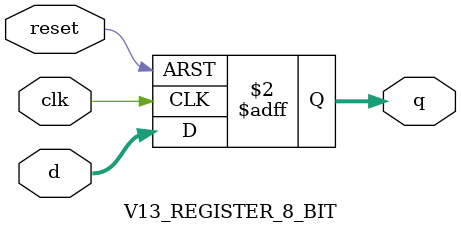
<source format=v>
/*
 * File:   V13_REGISTER_8_BIT.v
 * Author: Armstrong Subero
 * Processor: EP4CE10F17C8 @ 50MHz, 3.3v
 * Program: HDL file for application
 * Compiler: Quartus II 64-bit 13.0 SP1
 * Program Version 1.0
 * Program Description: This is the main file
 * Hardware Description: Uses the Waveshare Cyclone IV EP4CE10 
 *                       core board with DVK600 base board 
 *
 * Modified From: None
 * 
 * Change History:
 *
 * Author                Rev     Date          Description
 * Armstrong Subero      1.0     19/07/2020    Initial Release
 *
 */

module V13_REGISTER_8_BIT 
	(
	  input wire clk, reset,
	  input wire [7:0] d,
	  output reg[7:0] q 
	);
	
	// body
	always @(posedge clk, posedge reset)
		if(reset)	
			q <= 0;
		else
			q <= d;
endmodule
	
</source>
